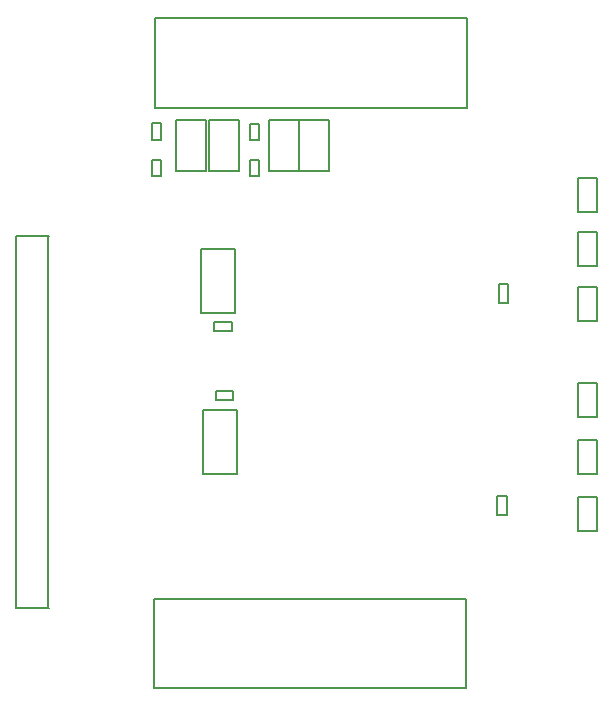
<source format=gbr>
%TF.GenerationSoftware,Altium Limited,Altium Designer,22.9.1 (49)*%
G04 Layer_Color=32768*
%FSLAX25Y25*%
%MOIN*%
%TF.SameCoordinates,3D4AB22D-4464-4A1E-8ED4-CD8DD9DE0D00*%
%TF.FilePolarity,Positive*%
%TF.FileFunction,Other,Top_Courtyard*%
%TF.Part,Single*%
G01*
G75*
%TA.AperFunction,NonConductor*%
%ADD37C,0.00787*%
D37*
X109031Y50598D02*
Y80402D01*
Y50598D02*
X212968D01*
Y80402D01*
X109031D02*
X212968D01*
X109449Y244098D02*
Y273902D01*
Y244098D02*
X213386D01*
Y273902D01*
X109449D02*
X213386D01*
X62988Y77153D02*
X74012D01*
X73744D02*
Y201169D01*
X62988D02*
X74012D01*
X62988Y77153D02*
Y201169D01*
X147468Y223071D02*
Y240024D01*
X157532D01*
Y223071D02*
Y240024D01*
X147468Y223071D02*
X157532D01*
X157468Y223023D02*
Y239977D01*
X167532D01*
Y223023D02*
Y239977D01*
X157468Y223023D02*
X167532D01*
X124874Y175567D02*
Y197056D01*
X136126D01*
Y175567D02*
Y197056D01*
X124874Y175567D02*
X136126D01*
X250252Y191390D02*
X256748D01*
Y202610D01*
X250252D02*
X256748D01*
X250252Y191390D02*
Y202610D01*
Y140890D02*
Y152110D01*
X256748D01*
Y140890D02*
Y152110D01*
X250252Y140890D02*
X256748D01*
X250252Y184158D02*
X256748D01*
X250252Y172937D02*
Y184158D01*
Y172937D02*
X256748D01*
Y184158D01*
Y121890D02*
Y133110D01*
X250252Y121890D02*
X256748D01*
X250252D02*
Y133110D01*
X256748D01*
X250252Y209343D02*
X256748D01*
Y220563D01*
X250252D02*
X256748D01*
X250252Y209343D02*
Y220563D01*
X136626Y121943D02*
Y143432D01*
X125374Y121943D02*
X136626D01*
X125374D02*
Y143432D01*
X136626D01*
X129601Y146524D02*
X135399D01*
X129601D02*
Y149476D01*
X135399D01*
Y146524D02*
Y149476D01*
X129101Y169524D02*
X134899D01*
X129101D02*
Y172476D01*
X134899D01*
Y169524D02*
Y172476D01*
X108524Y221169D02*
Y226681D01*
X111476D01*
Y221169D02*
Y226681D01*
X108524Y221169D02*
X111476D01*
X108524Y233319D02*
Y238831D01*
X111476D01*
Y233319D02*
Y238831D01*
X108524Y233319D02*
X111476D01*
X116468Y223071D02*
Y240024D01*
X126532D01*
Y223071D02*
Y240024D01*
X116468Y223071D02*
X126532D01*
X141024Y233244D02*
Y238756D01*
X143976D01*
Y233244D02*
Y238756D01*
X141024Y233244D02*
X143976D01*
X127468Y223023D02*
Y239977D01*
X137532D01*
Y223023D02*
Y239977D01*
X127468Y223023D02*
X137532D01*
X141024Y221244D02*
Y226756D01*
X143976D01*
Y221244D02*
Y226756D01*
X141024Y221244D02*
X143976D01*
X256748Y102890D02*
Y114110D01*
X250252Y102890D02*
X256748D01*
X250252D02*
Y114110D01*
X256748D01*
X223925Y185150D02*
X227075D01*
X223925Y178850D02*
Y185150D01*
Y178850D02*
X227075D01*
Y185150D01*
X226575Y108276D02*
Y114575D01*
X223425Y108276D02*
X226575D01*
X223425D02*
Y114575D01*
X226575D01*
%TF.MD5,41e9a34dcfd8c7e677acae7e31cacdfd*%
M02*

</source>
